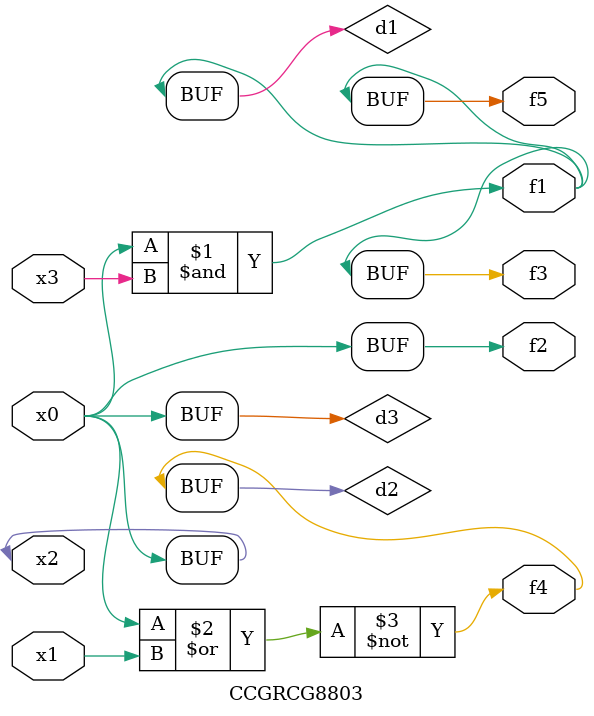
<source format=v>
module CCGRCG8803(
	input x0, x1, x2, x3,
	output f1, f2, f3, f4, f5
);

	wire d1, d2, d3;

	and (d1, x2, x3);
	nor (d2, x0, x1);
	buf (d3, x0, x2);
	assign f1 = d1;
	assign f2 = d3;
	assign f3 = d1;
	assign f4 = d2;
	assign f5 = d1;
endmodule

</source>
